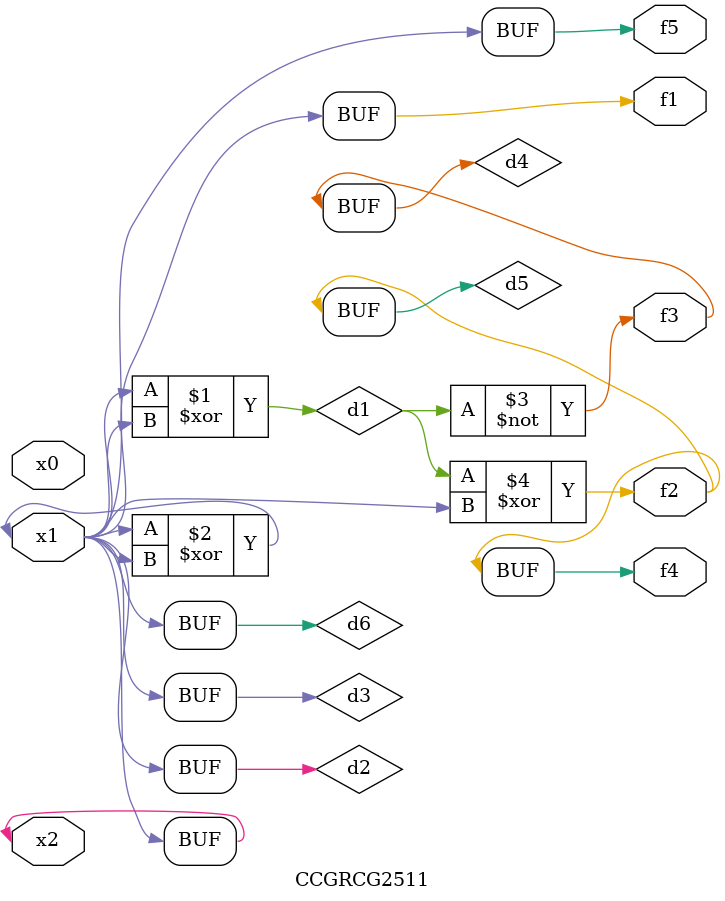
<source format=v>
module CCGRCG2511(
	input x0, x1, x2,
	output f1, f2, f3, f4, f5
);

	wire d1, d2, d3, d4, d5, d6;

	xor (d1, x1, x2);
	buf (d2, x1, x2);
	xor (d3, x1, x2);
	nor (d4, d1);
	xor (d5, d1, d2);
	buf (d6, d2, d3);
	assign f1 = d6;
	assign f2 = d5;
	assign f3 = d4;
	assign f4 = d5;
	assign f5 = d6;
endmodule

</source>
